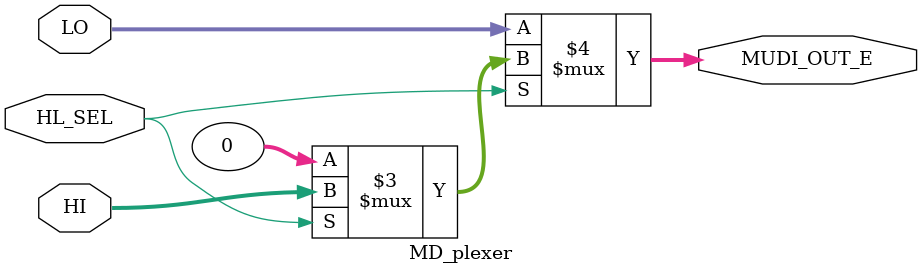
<source format=v>
`timescale 1ns / 1ps
module A3_plexer(
	input wire[31:0] INSTR_W,
	input wire [1:0] A3_SEL,
	output wire [4:0] A3
    );
	assign A3 = (A3_SEL == 2'b00) ? INSTR_W[15:11] :
				(A3_SEL == 2'b01) ? INSTR_W[20:16] :
				(A3_SEL == 2'b10) ? 5'b11111:
				0;

endmodule

module WD_plexer(
	input wire [31:0] ALU_OUT_W,
	input wire [31:0] EXT_OUT_W,
	input wire [31:0] DM_OUT_W,
	input wire [31:0] PC_W,
	input wire [31:0] MUDI_OUT_W,
	input wire [2:0] WD_SEL,
	output wire [31:0] WD
	);
	assign WD = (WD_SEL == 3'b000) ? ALU_OUT_W :
				(WD_SEL == 3'b001) ? EXT_OUT_W<<16 :
				(WD_SEL == 3'b010) ? DM_OUT_W :
				(WD_SEL == 3'b011) ? PC_W + 8 :
				(WD_SEL == 3'b100) ? MUDI_OUT_W :
				0;
	
endmodule

module A_plexer(
	input wire [31:0] RD1_E,
	input wire [31:0] RD2_E,
	input wire A_SEL_E,
	output wire [31:0] A
	);
	assign A = (A_SEL_E == 1'b0) ? RD1_E :
			   (A_SEL_E == 1'b1) ? RD2_E :
			   0;
endmodule

module B_plexer(
	input wire [31:0] RD1_E,
	input wire [31:0] RD2_E,
	input wire [31:0] EXT_OUT_E,
	input wire [31:0] INSTR_E,
	input wire [2:0] B_SEL_E,
	output wire [31:0] B
	);
	assign B = (B_SEL_E == 3'b000) ? RD2_E :
			   (B_SEL_E == 3'b001) ? EXT_OUT_E :
			   (B_SEL_E == 3'b010) ? {{27{1'b0}}, INSTR_E[10:6]} :
			   (B_SEL_E == 3'b011) ? RD1_E :
			   0;
endmodule

module MD_plexer(
	input wire [31:0] HI,
	input wire [31:0] LO,
	input wire HL_SEL,
	output wire [31:0] MUDI_OUT_E
	);
	assign MUDI_OUT_E = (HL_SEL == 1'b0) ? LO :
						(HL_SEL == 1'b1) ? HI :
						0;
endmodule

</source>
